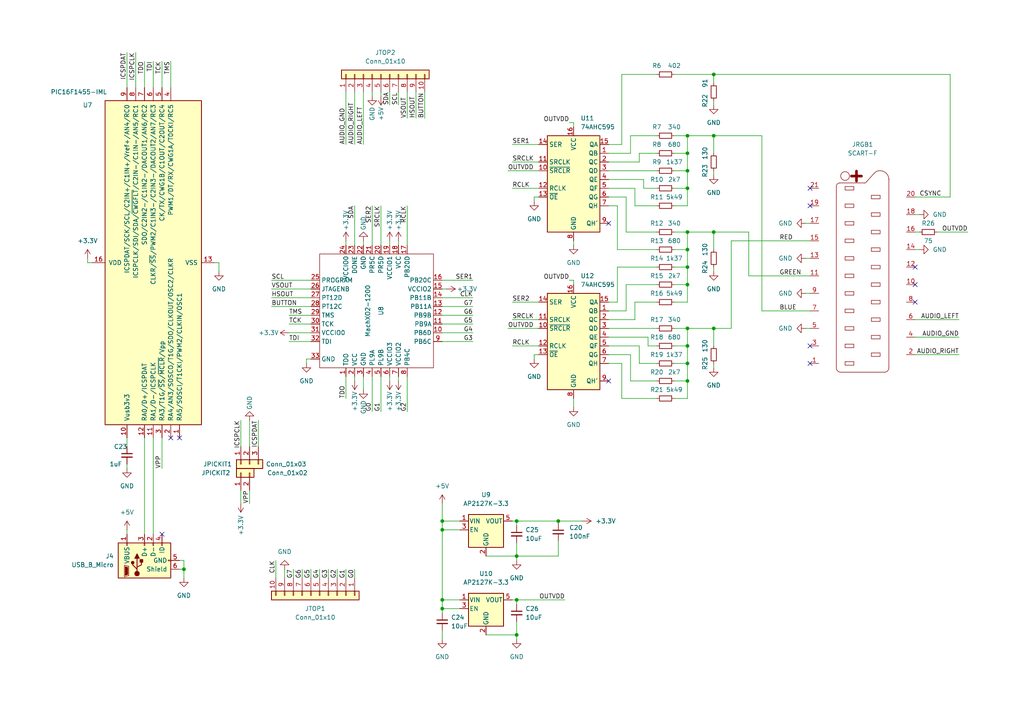
<source format=kicad_sch>
(kicad_sch (version 20211123) (generator eeschema)
  (paper "A4")
  (title_block (title "Processing and Output"))
  (lib_symbols
    (symbol "74xx:74HC595"
      (property "Reference" "U" (at -7.62 13.97 0))
      (property "Value" "74HC595" (at -7.62 -16.51 0))
      (symbol "74HC595_1_0"
        (pin tri_state line (at 10.16 7.62 180) (length 2.54) (name "QB") (number "1"))
        (pin input line (at -10.16 2.54 0) (length 2.54) (name "~{SRCLR}") (number "10"))
        (pin input line (at -10.16 5.08 0) (length 2.54) (name "SRCLK") (number "11"))
        (pin input line (at -10.16 -2.54 0) (length 2.54) (name "RCLK") (number "12"))
        (pin input line (at -10.16 -5.08 0) (length 2.54) (name "~{OE}") (number "13"))
        (pin input line (at -10.16 10.16 0) (length 2.54) (name "SER") (number "14"))
        (pin tri_state line (at 10.16 10.16 180) (length 2.54) (name "QA") (number "15"))
        (pin power_in line (at 0 15.24 270) (length 2.54) (name "VCC") (number "16"))
        (pin tri_state line (at 10.16 5.08 180) (length 2.54) (name "QC") (number "2"))
        (pin tri_state line (at 10.16 2.54 180) (length 2.54) (name "QD") (number "3"))
        (pin tri_state line (at 10.16 0 180) (length 2.54) (name "QE") (number "4"))
        (pin tri_state line (at 10.16 -2.54 180) (length 2.54) (name "QF") (number "5"))
        (pin tri_state line (at 10.16 -5.08 180) (length 2.54) (name "QG") (number "6"))
        (pin tri_state line (at 10.16 -7.62 180) (length 2.54) (name "QH") (number "7"))
        (pin power_in line (at 0 -17.78 90) (length 2.54) (name "GND") (number "8"))
        (pin output line (at 10.16 -12.7 180) (length 2.54) (name "QH'") (number "9"))
      )
      (symbol "74HC595_1_1"
        (rectangle (start -7.62 12.7) (end 7.62 -15.24) (stroke (width 0.254)) (fill (type background)))
      )
    )
    (symbol "Connector:SCART-F" (pin_names (offset 0.762) hide)
      (property "Reference" "J" (at 0 31.75 0))
      (property "Value" "SCART-F" (at 1.016 -29.21 0))
      (symbol "SCART-F_0_1"
        (arc (start -7.62 -26.67) (mid -7.248 -27.568) (end -6.35 -27.94))
        (arc (start -6.604 26.9494) (mid -7.3224 26.6518) (end -7.62 25.9334))
        (rectangle (start -5.08 -24.892) (end -2.54 -25.908))
        (rectangle (start -5.08 -19.812) (end -2.54 -20.828))
        (rectangle (start -5.08 -14.732) (end -2.54 -15.748))
        (rectangle (start -5.08 -9.652) (end -2.54 -10.668))
        (rectangle (start -5.08 -4.572) (end -2.54 -5.588))
        (rectangle (start -5.08 0.508) (end -2.54 -0.508))
        (rectangle (start -5.08 5.588) (end -2.54 4.572))
        (rectangle (start -5.08 10.668) (end -2.54 9.652))
        (rectangle (start -5.08 15.748) (end -2.54 14.732))
        (rectangle (start -5.08 20.828) (end -2.54 19.812))
        (rectangle (start -5.08 25.908) (end -2.54 24.892))
        (circle (center -5.08 28.956) (radius 1.27))
        (polyline (pts (xy -7.62 22.86) (xy -7.62 -26.67)))
        (polyline (pts (xy -7.62 22.86) (xy -7.62 24.13)))
        (polyline (pts (xy -7.62 24.6634) (xy -7.62 24.13)))
        (polyline (pts (xy -7.62 24.6634) (xy -7.62 25.9334)))
        (polyline (pts (xy -6.604 26.9494) (xy 0.508 26.9494)))
        (polyline (pts (xy -6.35 -27.94) (xy 6.35 -27.94)))
        (polyline (pts (xy 3.302 29.718) (xy 1.27 27.432)))
        (polyline (pts (xy 4.826 30.48) (xy 5.08 30.48)))
        (polyline (pts (xy 7.62 -26.67) (xy 7.62 28.2194)))
        (arc (start 0.508 26.924) (mid 0.9569 27.0702) (end 1.2192 27.4574))
        (rectangle (start 2.54 -22.352) (end 5.08 -23.368))
        (rectangle (start 2.54 -17.272) (end 5.08 -18.288))
        (rectangle (start 2.54 -12.192) (end 5.08 -13.208))
        (rectangle (start 2.54 -7.112) (end 5.08 -8.128))
        (rectangle (start 2.54 -2.032) (end 5.08 -3.048))
        (rectangle (start 2.54 3.048) (end 5.08 2.032))
        (rectangle (start 2.54 8.128) (end 5.08 7.112))
        (rectangle (start 2.54 13.208) (end 5.08 12.192))
        (rectangle (start 2.54 18.288) (end 5.08 17.272))
        (rectangle (start 2.54 23.368) (end 5.08 22.352))
        (arc (start 4.826 30.48) (mid 3.999 30.2726) (end 3.3782 29.6926))
        (arc (start 6.35 -27.94) (mid 7.248 -27.568) (end 7.62 -26.67))
        (arc (start 7.62 27.94) (mid 6.8761 29.7361) (end 5.08 30.48))
        (text "+" (at -1.778 29.21 0) (effects (font (size 3.81 3.81) bold)))
      )
      (symbol "SCART-F_1_1"
        (pin passive line (at -15.24 -25.4 0) (length 2.54) (name "P1") (number "1"))
        (pin passive line (at 15.24 -2.54 180) (length 2.54) (name "P10") (number "10"))
        (pin passive line (at -15.24 0 0) (length 2.54) (name "P11") (number "11"))
        (pin passive line (at 15.24 2.54 180) (length 2.54) (name "P12") (number "12"))
        (pin passive line (at -15.24 5.08 0) (length 2.54) (name "P13") (number "13"))
        (pin passive line (at 15.24 7.62 180) (length 2.54) (name "P14") (number "14"))
        (pin passive line (at -15.24 10.16 0) (length 2.54) (name "P15") (number "15"))
        (pin passive line (at 15.24 12.7 180) (length 2.54) (name "P16") (number "16"))
        (pin passive line (at -15.24 15.24 0) (length 2.54) (name "P17") (number "17"))
        (pin passive line (at 15.24 17.78 180) (length 2.54) (name "P18") (number "18"))
        (pin passive line (at -15.24 20.32 0) (length 2.54) (name "P19") (number "19"))
        (pin passive line (at 15.24 -22.86 180) (length 2.54) (name "P2") (number "2"))
        (pin passive line (at 15.24 22.86 180) (length 2.54) (name "P20") (number "20"))
        (pin passive line (at -15.24 25.4 0) (length 2.54) (name "P21") (number "21"))
        (pin passive line (at -15.24 -20.32 0) (length 2.54) (name "P3") (number "3"))
        (pin passive line (at 15.24 -17.78 180) (length 2.54) (name "P4") (number "4"))
        (pin passive line (at -15.24 -15.24 0) (length 2.54) (name "P5") (number "5"))
        (pin passive line (at 15.24 -12.7 180) (length 2.54) (name "P6") (number "6"))
        (pin passive line (at -15.24 -10.16 0) (length 2.54) (name "P7") (number "7"))
        (pin passive line (at 15.24 -7.62 180) (length 2.54) (name "P8") (number "8"))
        (pin passive line (at -15.24 -5.08 0) (length 2.54) (name "P9") (number "9"))
      )
    )
    (symbol "Connector:USB_B_Micro" (pin_names (offset 1.016))
      (property "Reference" "J" (at -5.08 11.43 0))
      (property "Value" "USB_B_Micro" (at -5.08 8.89 0))
      (symbol "USB_B_Micro_0_1"
        (rectangle (start -5.08 -7.62) (end 5.08 7.62) (stroke (width 0.254)) (fill (type background)))
        (circle (center -3.81 2.159) (radius 0.635) (stroke (width 0.254)) (fill (type outline)))
        (circle (center -0.635 3.429) (radius 0.381) (stroke (width 0.254)) (fill (type outline)))
        (rectangle (start -0.127 -7.62) (end 0.127 -6.858))
        (polyline (pts (xy -1.905 2.159) (xy 0.635 2.159)) (stroke (width 0.254)))
        (polyline (pts (xy -3.175 2.159) (xy -2.54 2.159) (xy -1.27 3.429) (xy -0.635 3.429)) (stroke (width 0.254)))
        (polyline (pts (xy -2.54 2.159) (xy -1.905 2.159) (xy -1.27 0.889) (xy 0 0.889)) (stroke (width 0.254)))
        (polyline (pts (xy 0.635 2.794) (xy 0.635 1.524) (xy 1.905 2.159) (xy 0.635 2.794)) (stroke (width 0.254)) (fill (type outline)))
        (polyline (pts (xy -4.318 5.588) (xy -1.778 5.588) (xy -2.032 4.826) (xy -4.064 4.826) (xy -4.318 5.588)) (fill (type outline)))
        (polyline (pts (xy -4.699 5.842) (xy -4.699 5.588) (xy -4.445 4.826) (xy -4.445 4.572) (xy -1.651 4.572) (xy -1.651 4.826) (xy -1.397 5.588) (xy -1.397 5.842) (xy -4.699 5.842)))
        (rectangle (start 0.254 1.27) (end -0.508 0.508) (stroke (width 0.254)) (fill (type outline)))
        (rectangle (start 5.08 -5.207) (end 4.318 -4.953))
        (rectangle (start 5.08 -2.667) (end 4.318 -2.413))
        (rectangle (start 5.08 -0.127) (end 4.318 0.127))
        (rectangle (start 5.08 4.953) (end 4.318 5.207))
      )
      (symbol "USB_B_Micro_1_1"
        (pin power_out line (at 7.62 5.08 180) (length 2.54) (name "VBUS") (number "1"))
        (pin bidirectional line (at 7.62 -2.54 180) (length 2.54) (name "D-") (number "2"))
        (pin bidirectional line (at 7.62 0 180) (length 2.54) (name "D+") (number "3"))
        (pin passive line (at 7.62 -5.08 180) (length 2.54) (name "ID") (number "4"))
        (pin power_out line (at 0 -10.16 90) (length 2.54) (name "GND") (number "5"))
        (pin passive line (at -2.54 -10.16 90) (length 2.54) (name "Shield") (number "6"))
      )
    )
    (symbol "Connector_Generic:Conn_01x02" (pin_names (offset 1.016) hide)
      (property "Reference" "J" (at 0 2.54 0))
      (property "Value" "Conn_01x02" (at 0 -5.08 0))
      (symbol "Conn_01x02_1_1"
        (rectangle (start -1.27 -2.413) (end 0 -2.667) (stroke (width 0.1524)))
        (rectangle (start -1.27 0.127) (end 0 -0.127) (stroke (width 0.1524)))
        (rectangle (start -1.27 1.27) (end 1.27 -3.81) (stroke (width 0.254)) (fill (type background)))
        (pin passive line (at -5.08 0 0) (length 3.81) (name "Pin_1") (number "1"))
        (pin passive line (at -5.08 -2.54 0) (length 3.81) (name "Pin_2") (number "2"))
      )
    )
    (symbol "Connector_Generic:Conn_01x03" (pin_names (offset 1.016) hide)
      (property "Reference" "J" (at 0 5.08 0))
      (property "Value" "Conn_01x03" (at 0 -5.08 0))
      (symbol "Conn_01x03_1_1"
        (rectangle (start -1.27 -2.413) (end 0 -2.667) (stroke (width 0.1524)))
        (rectangle (start -1.27 0.127) (end 0 -0.127) (stroke (width 0.1524)))
        (rectangle (start -1.27 2.667) (end 0 2.413) (stroke (width 0.1524)))
        (rectangle (start -1.27 3.81) (end 1.27 -3.81) (stroke (width 0.254)) (fill (type background)))
        (pin passive line (at -5.08 2.54 0) (length 3.81) (name "Pin_1") (number "1"))
        (pin passive line (at -5.08 0 0) (length 3.81) (name "Pin_2") (number "2"))
        (pin passive line (at -5.08 -2.54 0) (length 3.81) (name "Pin_3") (number "3"))
      )
    )
    (symbol "Connector_Generic:Conn_01x10" (pin_names (offset 1.016) hide)
      (property "Reference" "J" (at 0 12.7 0))
      (property "Value" "Conn_01x10" (at 0 -15.24 0))
      (symbol "Conn_01x10_1_1"
        (rectangle (start -1.27 -12.573) (end 0 -12.827) (stroke (width 0.1524)))
        (rectangle (start -1.27 -10.033) (end 0 -10.287) (stroke (width 0.1524)))
        (rectangle (start -1.27 -7.493) (end 0 -7.747) (stroke (width 0.1524)))
        (rectangle (start -1.27 -4.953) (end 0 -5.207) (stroke (width 0.1524)))
        (rectangle (start -1.27 -2.413) (end 0 -2.667) (stroke (width 0.1524)))
        (rectangle (start -1.27 0.127) (end 0 -0.127) (stroke (width 0.1524)))
        (rectangle (start -1.27 2.667) (end 0 2.413) (stroke (width 0.1524)))
        (rectangle (start -1.27 5.207) (end 0 4.953) (stroke (width 0.1524)))
        (rectangle (start -1.27 7.747) (end 0 7.493) (stroke (width 0.1524)))
        (rectangle (start -1.27 10.287) (end 0 10.033) (stroke (width 0.1524)))
        (rectangle (start -1.27 11.43) (end 1.27 -13.97) (stroke (width 0.254)) (fill (type background)))
        (pin passive line (at -5.08 10.16 0) (length 3.81) (name "Pin_1") (number "1"))
        (pin passive line (at -5.08 -12.7 0) (length 3.81) (name "Pin_10") (number "10"))
        (pin passive line (at -5.08 7.62 0) (length 3.81) (name "Pin_2") (number "2"))
        (pin passive line (at -5.08 5.08 0) (length 3.81) (name "Pin_3") (number "3"))
        (pin passive line (at -5.08 2.54 0) (length 3.81) (name "Pin_4") (number "4"))
        (pin passive line (at -5.08 0 0) (length 3.81) (name "Pin_5") (number "5"))
        (pin passive line (at -5.08 -2.54 0) (length 3.81) (name "Pin_6") (number "6"))
        (pin passive line (at -5.08 -5.08 0) (length 3.81) (name "Pin_7") (number "7"))
        (pin passive line (at -5.08 -7.62 0) (length 3.81) (name "Pin_8") (number "8"))
        (pin passive line (at -5.08 -10.16 0) (length 3.81) (name "Pin_9") (number "9"))
      )
    )
    (symbol "Device:C_Small" (pin_numbers hide) (pin_names (offset 0.254) hide)
      (property "Reference" "C" (at 0.254 1.778 0))
      (property "Value" "C_Small" (at 0.254 -2.032 0))
      (symbol "C_Small_0_1"
        (polyline (pts (xy -1.524 -0.508) (xy 1.524 -0.508)) (stroke (width 0.3302)))
        (polyline (pts (xy -1.524 0.508) (xy 1.524 0.508)) (stroke (width 0.3048)))
      )
      (symbol "C_Small_1_1"
        (pin passive line (at 0 2.54 270) (length 2.032) (name "~") (number "1"))
        (pin passive line (at 0 -2.54 90) (length 2.032) (name "~") (number "2"))
      )
    )
    (symbol "Device:R_Small" (pin_numbers hide) (pin_names (offset 0.254) hide)
      (property "Reference" "R" (at 0.762 0.508 0))
      (property "Value" "R_Small" (at 0.762 -1.016 0))
      (symbol "R_Small_0_1"
        (rectangle (start -0.762 1.778) (end 0.762 -1.778) (stroke (width 0.2032)))
      )
      (symbol "R_Small_1_1"
        (pin passive line (at 0 2.54 270) (length 0.762) (name "~") (number "1"))
        (pin passive line (at 0 -2.54 90) (length 0.762) (name "~") (number "2"))
      )
    )
    (symbol "Library:MachXO2-1200"
      (property "Reference" "U" (at 0 -2.54 0))
      (property "Value" "MachXO2-1200" (at 0 0 0))
      (symbol "MachXO2-1200_0_1"
        (rectangle (start -16.51 16.51) (end 16.51 -16.51))
      )
      (symbol "MachXO2-1200_1_1"
        (pin output line (at -8.89 -19.05 90) (length 2.54) (name "TDO") (number "1"))
        (pin bidirectional line (at 19.05 -6.35 180) (length 2.54) (name "PB6D") (number "10"))
        (pin bidirectional line (at 19.05 -3.81 180) (length 2.54) (name "PB9A") (number "11"))
        (pin bidirectional line (at 19.05 -1.27 180) (length 2.54) (name "PB9B") (number "12"))
        (pin bidirectional line (at 19.05 1.27 180) (length 2.54) (name "PB11A") (number "13"))
        (pin bidirectional line (at 19.05 3.81 180) (length 2.54) (name "PB11B") (number "14"))
        (pin power_in line (at 19.05 6.35 180) (length 2.54) (name "VCCIO2") (number "15"))
        (pin bidirectional line (at 19.05 8.89 180) (length 2.54) (name "PB20C") (number "16"))
        (pin bidirectional line (at 8.89 19.05 270) (length 2.54) (name "PB20D") (number "17"))
        (pin power_in line (at 6.35 19.05 270) (length 2.54) (name "VCC") (number "18"))
        (pin power_in line (at 3.81 19.05 270) (length 2.54) (name "VCCIO1") (number "19"))
        (pin power_in line (at -6.35 -19.05 90) (length 2.54) (name "VCC") (number "2"))
        (pin bidirectional line (at 1.27 19.05 270) (length 2.54) (name "PR5D") (number "20"))
        (pin bidirectional line (at -1.27 19.05 270) (length 2.54) (name "PR5C") (number "21"))
        (pin power_in line (at -3.81 19.05 270) (length 2.54) (name "GND") (number "22"))
        (pin output line (at -6.35 19.05 270) (length 2.54) (name "DONE") (number "23"))
        (pin power_in line (at -8.89 19.05 270) (length 2.54) (name "VCCIO0") (number "24"))
        (pin output line (at -19.05 8.89 0) (length 2.54) (name "PROGRAM") (number "25"))
        (pin input line (at -19.05 6.35 0) (length 2.54) (name "JTAGENB") (number "26"))
        (pin bidirectional line (at -19.05 3.81 0) (length 2.54) (name "PT12D") (number "27"))
        (pin bidirectional line (at -19.05 1.27 0) (length 2.54) (name "PT12C") (number "28"))
        (pin input line (at -19.05 -1.27 0) (length 2.54) (name "TMS") (number "29"))
        (pin power_in line (at -3.81 -19.05 90) (length 2.54) (name "GND") (number "3"))
        (pin input line (at -19.05 -3.81 0) (length 2.54) (name "TCK") (number "30"))
        (pin input line (at -19.05 -6.35 0) (length 2.54) (name "VCCIO0") (number "31"))
        (pin input line (at -19.05 -8.89 0) (length 2.54) (name "TDI") (number "32"))
        (pin power_in line (at -19.05 -13.97 0) (length 2.54) (name "GND") (number "33"))
        (pin bidirectional line (at -1.27 -19.05 90) (length 2.54) (name "PL9A") (number "4"))
        (pin bidirectional line (at 1.27 -19.05 90) (length 2.54) (name "PL9B") (number "5"))
        (pin power_in line (at 3.81 -19.05 90) (length 2.54) (name "VCCIO3") (number "6"))
        (pin power_in line (at 6.35 -19.05 90) (length 2.54) (name "VCCIO2") (number "7"))
        (pin bidirectional line (at 8.89 -19.05 90) (length 2.54) (name "PB4C") (number "8"))
        (pin bidirectional line (at 19.05 -8.89 180) (length 2.54) (name "PB6C") (number "9"))
      )
    )
    (symbol "MCU_Microchip_PIC16:PIC16F1455-IML" (pin_names (offset 1.016))
      (property "Reference" "U" (at -46.99 17.78 0))
      (property "Value" "PIC16F1455-IML" (at -46.99 15.24 0))
      (symbol "PIC16F1455-IML_0_1"
        (rectangle (start -46.99 13.97) (end 46.99 -13.97) (stroke (width 0.254)) (fill (type background)))
      )
      (symbol "PIC16F1455-IML_1_1"
        (pin bidirectional line (at -50.8 -7.62 0) (length 3.81) (name "RA5/SOSCI/T1CKI/PWM2/CLKIN/OSC1") (number "1"))
        (pin bidirectional line (at -50.8 7.62 0) (length 3.81) (name "Vusb3v3") (number "10"))
        (pin bidirectional line (at -50.8 0 0) (length 3.81) (name "RA1/D-/ICSPCLK") (number "11"))
        (pin bidirectional line (at -50.8 2.54 0) (length 3.81) (name "RA0/D+/ICSPDAT") (number "12"))
        (pin power_in line (at 0 -17.78 90) (length 3.81) (name "VSS") (number "13"))
        (pin power_in line (at 0 17.78 270) (length 3.81) (name "VDD") (number "16"))
        (pin bidirectional line (at -50.8 -5.08 0) (length 3.81) (name "RA4/AN3/SOSCO/T1G/SDO/CLKOUT/OSC2/CLKR") (number "2"))
        (pin input line (at -50.8 -2.54 0) (length 3.81) (name "RA3/T1G/~{SS}/~{MCLR}/Vpp") (number "3"))
        (pin bidirectional line (at 50.8 -5.08 180) (length 3.81) (name "PWM1/DT/RX/CWG1A/T0CKI/RC5") (number "4"))
        (pin bidirectional line (at 50.8 -2.54 180) (length 3.81) (name "CK/TX/CWG1B/C1OUT/C2OUT/RC4") (number "5"))
        (pin bidirectional line (at 50.8 0 180) (length 3.81) (name "CLKR/~{SS}/PWM2/C1IN3-/C2IN3-/DACOUT2/AN7/RC3") (number "6"))
        (pin bidirectional line (at 50.8 2.54 180) (length 3.81) (name "SDO/C2IN2-/C1IN2-/DACOUT1/AN6/RC2") (number "7"))
        (pin bidirectional line (at 50.8 5.08 180) (length 3.81) (name "ICSPCLK/SDI/SDA/~{CWGFLT}/C2IN-/C1IN-/AN5/RC1") (number "8"))
        (pin bidirectional line (at 50.8 7.62 180) (length 3.81) (name "ICSPDAT/SCK/SCL/C2IN+/C1IN+/Vref+/AN4/RC0") (number "9"))
      )
    )
    (symbol "Regulator_Linear:AP2127K-3.3" (pin_names (offset 0.254))
      (property "Reference" "U" (at -5.08 5.715 0))
      (property "Value" "AP2127K-3.3" (at 0 5.715 0))
      (symbol "AP2127K-3.3_0_1"
        (rectangle (start -5.08 4.445) (end 5.08 -5.08) (stroke (width 0.254)) (fill (type background)))
      )
      (symbol "AP2127K-3.3_1_1"
        (pin power_in line (at -7.62 2.54 0) (length 2.54) (name "VIN") (number "1"))
        (pin power_in line (at 0 -7.62 90) (length 2.54) (name "GND") (number "2"))
        (pin input line (at -7.62 0 0) (length 2.54) (name "EN") (number "3"))
        (pin no_connect line (at 5.08 0 180) (length 2.54) hide (name "NC") (number "4"))
        (pin power_out line (at 7.62 2.54 180) (length 2.54) (name "VOUT") (number "5"))
      )
    )
    (symbol "power:+3.3V" (power) (pin_names (offset 0))
      (property "Value" "+3.3V" (at 0 3.556 0))
      (symbol "+3.3V_0_1"
        (polyline (pts (xy -0.762 1.27) (xy 0 2.54)))
        (polyline (pts (xy 0 0) (xy 0 2.54)))
        (polyline (pts (xy 0 2.54) (xy 0.762 1.27)))
      )
      (symbol "+3.3V_1_1"
        (pin power_in line (at 0 0 90) (length 0) hide (name "+3.3V") (number "1"))
      )
    )
    (symbol "power:+5V" (power) (pin_names (offset 0))
      (property "Value" "+5V" (at 0 3.556 0))
      (symbol "+5V_0_1"
        (polyline (pts (xy -0.762 1.27) (xy 0 2.54)))
        (polyline (pts (xy 0 0) (xy 0 2.54)))
        (polyline (pts (xy 0 2.54) (xy 0.762 1.27)))
      )
      (symbol "+5V_1_1"
        (pin power_in line (at 0 0 90) (length 0) hide (name "+5V") (number "1"))
      )
    )
    (symbol "power:GND" (power) (pin_names (offset 0))
      (property "Value" "GND" (at 0 -3.81 0))
      (symbol "GND_0_1"
        (polyline (pts (xy 0 0) (xy 0 -1.27) (xy 1.27 -1.27) (xy 0 -2.54) (xy -1.27 -1.27) (xy 0 -1.27)))
      )
      (symbol "GND_1_1"
        (pin power_in line (at 0 0 270) (length 0) hide (name "GND") (number "1"))
      )
    )
  )
  (junction (at 207.01 21.59))
  (junction (at 207.01 67.31))
  (junction (at 199.39 77.47))
  (junction (at 149.86 151.13))
  (junction (at 199.39 105.41))
  (junction (at 199.39 54.61))
  (junction (at 199.39 49.53))
  (junction (at 149.86 184.15))
  (junction (at 128.27 176.53))
  (junction (at 161.925 151.13))
  (junction (at 128.27 153.67))
  (junction (at 199.39 82.55))
  (junction (at 149.86 161.29))
  (junction (at 149.86 173.99))
  (junction (at 207.01 95.25))
  (junction (at 199.39 44.45))
  (junction (at 128.27 151.13))
  (junction (at 199.39 39.37))
  (junction (at 199.39 67.31))
  (junction (at 53.34 165.1))
  (junction (at 207.01 39.37))
  (junction (at 128.27 173.99))
  (junction (at 199.39 95.25))
  (junction (at 199.39 72.39))
  (junction (at 199.39 100.33))
  (junction (at 199.39 110.49))
  (no_connect (at 176.53 64.77))
  (no_connect (at 176.53 110.49))
  (no_connect (at 46.99 154.94))
  (no_connect (at 234.95 105.41))
  (no_connect (at 234.95 59.69))
  (no_connect (at 234.95 54.61))
  (no_connect (at 265.43 82.55))
  (no_connect (at 265.43 77.47))
  (no_connect (at 265.43 87.63))
  (no_connect (at 49.53 127))
  (no_connect (at 52.07 127))
  (no_connect (at 234.95 100.33))
  (wire (pts (xy 149.86 173.99) (xy 163.83 173.99)))
  (wire (pts (xy 207.01 39.37) (xy 220.98 39.37)))
  (wire (pts (xy 115.57 30.48) (xy 115.57 26.67)))
  (wire (pts (xy 78.74 88.9) (xy 90.17 88.9)))
  (wire (pts (xy 100.33 69.85) (xy 100.33 71.12)))
  (wire (pts (xy 105.41 41.91) (xy 105.41 26.67)))
  (wire (pts (xy 179.07 87.63) (xy 179.07 77.47)))
  (wire (pts (xy 184.15 54.61) (xy 184.15 59.69)))
  (wire (pts (xy 184.15 59.69) (xy 190.5 59.69)))
  (wire (pts (xy 207.01 67.31) (xy 207.01 72.39)))
  (wire (pts (xy 180.34 41.91) (xy 180.34 21.59)))
  (wire (pts (xy 149.86 151.13) (xy 149.86 152.4)))
  (wire (pts (xy 185.42 100.33) (xy 185.42 105.41)))
  (wire (pts (xy 148.59 173.99) (xy 149.86 173.99)))
  (wire (pts (xy 128.27 83.82) (xy 129.54 83.82)))
  (wire (pts (xy 195.58 105.41) (xy 199.39 105.41)))
  (wire (pts (xy 88.9 105.41) (xy 88.9 104.14)))
  (wire (pts (xy 107.95 109.22) (xy 107.95 119.38)))
  (wire (pts (xy 207.01 29.21) (xy 207.01 30.48)))
  (wire (pts (xy 25.4 74.93) (xy 25.4 76.2)))
  (wire (pts (xy 265.43 67.31) (xy 266.7 67.31)))
  (wire (pts (xy 63.5 76.2) (xy 63.5 78.74)))
  (wire (pts (xy 179.07 59.69) (xy 179.07 72.39)))
  (wire (pts (xy 199.39 72.39) (xy 199.39 77.47)))
  (wire (pts (xy 265.43 102.87) (xy 278.13 102.87)))
  (wire (pts (xy 220.98 90.17) (xy 234.95 90.17)))
  (wire (pts (xy 176.53 57.15) (xy 181.61 57.15)))
  (wire (pts (xy 217.17 80.01) (xy 234.95 80.01)))
  (wire (pts (xy 180.34 115.57) (xy 190.5 115.57)))
  (wire (pts (xy 185.42 105.41) (xy 190.5 105.41)))
  (wire (pts (xy 176.53 46.99) (xy 185.42 46.99)))
  (wire (pts (xy 128.27 176.53) (xy 128.27 177.8)))
  (wire (pts (xy 181.61 82.55) (xy 190.5 82.55)))
  (wire (pts (xy 199.39 44.45) (xy 199.39 49.53)))
  (wire (pts (xy 128.27 153.67) (xy 133.35 153.67)))
  (wire (pts (xy 44.45 127) (xy 44.45 154.94)))
  (wire (pts (xy 102.87 41.91) (xy 102.87 26.67)))
  (wire (pts (xy 265.43 62.23) (xy 266.7 62.23)))
  (wire (pts (xy 154.94 102.87) (xy 156.21 102.87)))
  (wire (pts (xy 166.37 115.57) (xy 166.37 118.11)))
  (wire (pts (xy 100.33 41.91) (xy 100.33 26.67)))
  (wire (pts (xy 69.85 142.24) (xy 69.85 146.05)))
  (wire (pts (xy 176.53 100.33) (xy 185.42 100.33)))
  (wire (pts (xy 110.49 109.22) (xy 110.49 119.38)))
  (wire (pts (xy 166.37 69.85) (xy 166.37 71.12)))
  (wire (pts (xy 233.68 85.09) (xy 234.95 85.09)))
  (wire (pts (xy 179.07 77.47) (xy 190.5 77.47)))
  (wire (pts (xy 184.15 87.63) (xy 190.5 87.63)))
  (wire (pts (xy 149.86 161.29) (xy 149.86 162.56)))
  (wire (pts (xy 182.88 102.87) (xy 182.88 110.49)))
  (wire (pts (xy 154.94 104.14) (xy 154.94 102.87)))
  (wire (pts (xy 149.86 161.29) (xy 149.86 157.48)))
  (wire (pts (xy 72.39 142.24) (xy 72.39 146.05)))
  (wire (pts (xy 36.83 15.24) (xy 36.83 25.4)))
  (wire (pts (xy 123.19 26.67) (xy 123.19 34.29)))
  (wire (pts (xy 199.39 54.61) (xy 195.58 54.61)))
  (wire (pts (xy 36.83 134.62) (xy 36.83 135.89)))
  (wire (pts (xy 217.17 67.31) (xy 217.17 80.01)))
  (wire (pts (xy 166.37 35.56) (xy 166.37 36.83)))
  (wire (pts (xy 165.1 81.28) (xy 166.37 81.28)))
  (wire (pts (xy 176.53 59.69) (xy 179.07 59.69)))
  (wire (pts (xy 207.01 21.59) (xy 275.59 21.59)))
  (wire (pts (xy 195.58 72.39) (xy 199.39 72.39)))
  (wire (pts (xy 82.55 165.1) (xy 82.55 167.64)))
  (wire (pts (xy 148.59 41.91) (xy 156.21 41.91)))
  (wire (pts (xy 176.53 49.53) (xy 190.5 49.53)))
  (wire (pts (xy 179.07 72.39) (xy 190.5 72.39)))
  (wire (pts (xy 46.99 127) (xy 46.99 135.89)))
  (wire (pts (xy 52.07 165.1) (xy 53.34 165.1)))
  (wire (pts (xy 128.27 146.05) (xy 128.27 151.13)))
  (wire (pts (xy 181.61 57.15) (xy 181.61 67.31)))
  (wire (pts (xy 46.99 17.78) (xy 46.99 25.4)))
  (wire (pts (xy 176.53 87.63) (xy 179.07 87.63)))
  (wire (pts (xy 187.96 100.33) (xy 190.5 100.33)))
  (wire (pts (xy 176.53 44.45) (xy 182.88 44.45)))
  (wire (pts (xy 118.11 26.67) (xy 118.11 34.29)))
  (wire (pts (xy 92.71 165.1) (xy 92.71 167.64)))
  (wire (pts (xy 207.01 77.47) (xy 207.01 78.74)))
  (wire (pts (xy 154.94 58.42) (xy 154.94 57.15)))
  (wire (pts (xy 36.83 127) (xy 36.83 129.54)))
  (wire (pts (xy 199.39 105.41) (xy 199.39 110.49)))
  (wire (pts (xy 195.58 67.31) (xy 199.39 67.31)))
  (wire (pts (xy 128.27 173.99) (xy 133.35 173.99)))
  (wire (pts (xy 72.39 121.92) (xy 72.39 129.54)))
  (wire (pts (xy 199.39 95.25) (xy 199.39 100.33)))
  (wire (pts (xy 233.68 64.77) (xy 234.95 64.77)))
  (wire (pts (xy 199.39 39.37) (xy 199.39 44.45)))
  (wire (pts (xy 185.42 44.45) (xy 190.5 44.45)))
  (wire (pts (xy 128.27 88.9) (xy 137.16 88.9)))
  (wire (pts (xy 102.87 109.22) (xy 102.87 110.49)))
  (wire (pts (xy 154.94 57.15) (xy 156.21 57.15)))
  (wire (pts (xy 90.17 165.1) (xy 90.17 167.64)))
  (wire (pts (xy 212.09 95.25) (xy 212.09 69.85)))
  (wire (pts (xy 44.45 17.78) (xy 44.45 25.4)))
  (wire (pts (xy 115.57 109.22) (xy 115.57 110.49)))
  (wire (pts (xy 184.15 92.71) (xy 184.15 87.63)))
  (wire (pts (xy 195.58 49.53) (xy 199.39 49.53)))
  (wire (pts (xy 128.27 81.28) (xy 137.16 81.28)))
  (wire (pts (xy 140.97 184.15) (xy 149.86 184.15)))
  (wire (pts (xy 52.07 162.56) (xy 53.34 162.56)))
  (wire (pts (xy 165.1 35.56) (xy 166.37 35.56)))
  (wire (pts (xy 149.86 184.15) (xy 149.86 180.34)))
  (wire (pts (xy 110.49 59.69) (xy 110.49 71.12)))
  (wire (pts (xy 182.88 110.49) (xy 190.5 110.49)))
  (wire (pts (xy 41.91 127) (xy 41.91 154.94)))
  (wire (pts (xy 181.61 90.17) (xy 181.61 82.55)))
  (wire (pts (xy 53.34 165.1) (xy 53.34 167.64)))
  (wire (pts (xy 186.69 54.61) (xy 190.5 54.61)))
  (wire (pts (xy 180.34 105.41) (xy 180.34 115.57)))
  (wire (pts (xy 95.25 165.1) (xy 95.25 167.64)))
  (wire (pts (xy 199.39 82.55) (xy 199.39 87.63)))
  (wire (pts (xy 275.59 21.59) (xy 275.59 57.15)))
  (wire (pts (xy 199.39 49.53) (xy 199.39 54.61)))
  (wire (pts (xy 199.39 110.49) (xy 199.39 115.57)))
  (wire (pts (xy 113.03 69.85) (xy 113.03 71.12)))
  (wire (pts (xy 128.27 86.36) (xy 137.16 86.36)))
  (wire (pts (xy 207.01 49.53) (xy 207.01 50.8)))
  (wire (pts (xy 149.86 151.13) (xy 161.925 151.13)))
  (wire (pts (xy 265.43 72.39) (xy 266.7 72.39)))
  (wire (pts (xy 176.53 90.17) (xy 181.61 90.17)))
  (wire (pts (xy 161.925 151.13) (xy 161.925 151.765)))
  (wire (pts (xy 195.58 110.49) (xy 199.39 110.49)))
  (wire (pts (xy 83.82 91.44) (xy 90.17 91.44)))
  (wire (pts (xy 128.27 91.44) (xy 137.16 91.44)))
  (wire (pts (xy 107.95 59.69) (xy 107.95 71.12)))
  (wire (pts (xy 49.53 17.78) (xy 49.53 25.4)))
  (wire (pts (xy 176.53 105.41) (xy 180.34 105.41)))
  (wire (pts (xy 199.39 100.33) (xy 199.39 105.41)))
  (wire (pts (xy 107.95 26.67) (xy 107.95 27.94)))
  (wire (pts (xy 212.09 69.85) (xy 234.95 69.85)))
  (wire (pts (xy 176.53 97.79) (xy 187.96 97.79)))
  (wire (pts (xy 233.68 95.25) (xy 234.95 95.25)))
  (wire (pts (xy 207.01 95.25) (xy 207.01 100.33)))
  (wire (pts (xy 176.53 102.87) (xy 182.88 102.87)))
  (wire (pts (xy 176.53 52.07) (xy 186.69 52.07)))
  (wire (pts (xy 199.39 87.63) (xy 195.58 87.63)))
  (wire (pts (xy 128.27 93.98) (xy 137.16 93.98)))
  (wire (pts (xy 148.59 151.13) (xy 149.86 151.13)))
  (wire (pts (xy 148.59 92.71) (xy 156.21 92.71)))
  (wire (pts (xy 69.85 121.92) (xy 69.85 129.54)))
  (wire (pts (xy 195.58 77.47) (xy 199.39 77.47)))
  (wire (pts (xy 118.11 119.38) (xy 118.11 109.22)))
  (wire (pts (xy 110.49 26.67) (xy 110.49 27.94)))
  (wire (pts (xy 120.65 26.67) (xy 120.65 34.29)))
  (wire (pts (xy 100.33 165.1) (xy 100.33 167.64)))
  (wire (pts (xy 83.82 99.06) (xy 90.17 99.06)))
  (wire (pts (xy 102.87 59.69) (xy 102.87 71.12)))
  (wire (pts (xy 85.09 165.1) (xy 85.09 167.64)))
  (wire (pts (xy 195.58 115.57) (xy 199.39 115.57)))
  (wire (pts (xy 176.53 41.91) (xy 180.34 41.91)))
  (wire (pts (xy 207.01 105.41) (xy 207.01 106.68)))
  (wire (pts (xy 87.63 165.1) (xy 87.63 167.64)))
  (wire (pts (xy 265.43 97.79) (xy 278.13 97.79)))
  (wire (pts (xy 161.925 151.13) (xy 168.91 151.13)))
  (wire (pts (xy 147.32 95.25) (xy 156.21 95.25)))
  (wire (pts (xy 176.53 95.25) (xy 190.5 95.25)))
  (wire (pts (xy 128.27 151.13) (xy 128.27 153.67)))
  (wire (pts (xy 74.93 121.92) (xy 74.93 129.54)))
  (wire (pts (xy 41.91 17.78) (xy 41.91 25.4)))
  (wire (pts (xy 148.59 100.33) (xy 156.21 100.33)))
  (wire (pts (xy 100.33 109.22) (xy 100.33 115.57)))
  (wire (pts (xy 148.59 54.61) (xy 156.21 54.61)))
  (wire (pts (xy 265.43 57.15) (xy 275.59 57.15)))
  (wire (pts (xy 149.86 184.15) (xy 149.86 185.42)))
  (wire (pts (xy 195.58 82.55) (xy 199.39 82.55)))
  (wire (pts (xy 199.39 39.37) (xy 207.01 39.37)))
  (wire (pts (xy 128.27 173.99) (xy 128.27 176.53)))
  (wire (pts (xy 128.27 99.06) (xy 137.16 99.06)))
  (wire (pts (xy 83.82 93.98) (xy 90.17 93.98)))
  (wire (pts (xy 207.01 67.31) (xy 217.17 67.31)))
  (wire (pts (xy 102.87 165.1) (xy 102.87 167.64)))
  (wire (pts (xy 233.68 74.93) (xy 234.95 74.93)))
  (wire (pts (xy 195.58 21.59) (xy 207.01 21.59)))
  (wire (pts (xy 147.32 49.53) (xy 156.21 49.53)))
  (wire (pts (xy 195.58 100.33) (xy 199.39 100.33)))
  (wire (pts (xy 180.34 21.59) (xy 190.5 21.59)))
  (wire (pts (xy 199.39 77.47) (xy 199.39 82.55)))
  (wire (pts (xy 195.58 39.37) (xy 199.39 39.37)))
  (wire (pts (xy 187.96 97.79) (xy 187.96 100.33)))
  (wire (pts (xy 128.27 176.53) (xy 133.35 176.53)))
  (wire (pts (xy 186.69 52.07) (xy 186.69 54.61)))
  (wire (pts (xy 128.27 153.67) (xy 128.27 173.99)))
  (wire (pts (xy 271.78 67.31) (xy 280.67 67.31)))
  (wire (pts (xy 207.01 95.25) (xy 199.39 95.25)))
  (wire (pts (xy 182.88 39.37) (xy 190.5 39.37)))
  (wire (pts (xy 148.59 46.99) (xy 156.21 46.99)))
  (wire (pts (xy 182.88 44.45) (xy 182.88 39.37)))
  (wire (pts (xy 195.58 95.25) (xy 199.39 95.25)))
  (wire (pts (xy 113.03 30.48) (xy 113.03 26.67)))
  (wire (pts (xy 149.86 173.99) (xy 149.86 175.26)))
  (wire (pts (xy 97.79 165.1) (xy 97.79 167.64)))
  (wire (pts (xy 128.27 151.13) (xy 133.35 151.13)))
  (wire (pts (xy 53.34 162.56) (xy 53.34 165.1)))
  (wire (pts (xy 161.925 161.29) (xy 149.86 161.29)))
  (wire (pts (xy 78.74 86.36) (xy 90.17 86.36)))
  (wire (pts (xy 181.61 67.31) (xy 190.5 67.31)))
  (wire (pts (xy 176.53 54.61) (xy 184.15 54.61)))
  (wire (pts (xy 80.01 162.56) (xy 80.01 167.64)))
  (wire (pts (xy 207.01 39.37) (xy 207.01 44.45)))
  (wire (pts (xy 78.74 83.82) (xy 90.17 83.82)))
  (wire (pts (xy 115.57 69.85) (xy 115.57 71.12)))
  (wire (pts (xy 105.41 69.85) (xy 105.41 71.12)))
  (wire (pts (xy 128.27 96.52) (xy 137.16 96.52)))
  (wire (pts (xy 199.39 67.31) (xy 207.01 67.31)))
  (wire (pts (xy 78.74 81.28) (xy 90.17 81.28)))
  (wire (pts (xy 199.39 59.69) (xy 195.58 59.69)))
  (wire (pts (xy 207.01 21.59) (xy 207.01 24.13)))
  (wire (pts (xy 161.925 156.845) (xy 161.925 161.29)))
  (wire (pts (xy 185.42 46.99) (xy 185.42 44.45)))
  (wire (pts (xy 62.23 76.2) (xy 63.5 76.2)))
  (wire (pts (xy 199.39 44.45) (xy 195.58 44.45)))
  (wire (pts (xy 118.11 59.69) (xy 118.11 71.12)))
  (wire (pts (xy 140.97 161.29) (xy 149.86 161.29)))
  (wire (pts (xy 166.37 81.28) (xy 166.37 82.55)))
  (wire (pts (xy 220.98 39.37) (xy 220.98 90.17)))
  (wire (pts (xy 105.41 109.22) (xy 105.41 113.03)))
  (wire (pts (xy 265.43 92.71) (xy 278.13 92.71)))
  (wire (pts (xy 25.4 76.2) (xy 26.67 76.2)))
  (wire (pts (xy 176.53 92.71) (xy 184.15 92.71)))
  (wire (pts (xy 199.39 67.31) (xy 199.39 72.39)))
  (wire (pts (xy 36.83 153.67) (xy 36.83 154.94)))
  (wire (pts (xy 88.9 104.14) (xy 90.17 104.14)))
  (wire (pts (xy 148.59 87.63) (xy 156.21 87.63)))
  (wire (pts (xy 113.03 110.49) (xy 113.03 109.22)))
  (wire (pts (xy 212.09 95.25) (xy 207.01 95.25)))
  (wire (pts (xy 128.27 182.88) (xy 128.27 185.42)))
  (wire (pts (xy 83.82 96.52) (xy 90.17 96.52)))
  (wire (pts (xy 199.39 54.61) (xy 199.39 59.69)))
  (wire (pts (xy 39.37 15.24) (xy 39.37 25.4)))
  (label "G4" (at 137.16 96.52 180))
  (label "SRCLK" (at 148.59 46.99 0))
  (label "SRCLK" (at 148.59 92.71 0))
  (label "AUDIO_RIGHT" (at 102.87 41.91 90))
  (label "SER2" (at 107.95 59.69 270))
  (label "ICSPCLK" (at 69.85 121.92 270))
  (label "AUDIO_LEFT" (at 278.13 92.71 180))
  (label "VSOUT" (at 78.74 83.82 0))
  (label "SRCLK" (at 110.49 59.69 270))
  (label "G6" (at 87.63 165.1 270))
  (label "G0" (at 102.87 165.1 270))
  (label "G7" (at 85.09 165.1 270))
  (label "RCLK" (at 148.59 100.33 0))
  (label "VPP" (at 72.39 146.05 90))
  (label "OUTVDD" (at 165.1 35.56 180))
  (label "OUTVDD" (at 163.83 173.99 180))
  (label "G3" (at 137.16 99.06 180))
  (label "TDI" (at 83.82 99.06 0))
  (label "RCLK" (at 148.59 54.61 0))
  (label "CLK" (at 80.01 162.56 270))
  (label "AUDIO_GND" (at 100.33 41.91 90))
  (label "AUDIO_LEFT" (at 105.41 41.91 90))
  (label "ICSPDAT" (at 74.93 121.92 270))
  (label "SDA" (at 113.03 30.48 90))
  (label "G5" (at 137.16 93.98 180))
  (label "AUDIO_RIGHT" (at 278.13 102.87 180))
  (label "TCK" (at 83.82 93.98 0))
  (label "ICSPDAT" (at 36.83 15.24 270))
  (label "SCL" (at 78.74 81.28 0))
  (label "G4" (at 92.71 165.1 270))
  (label "G1" (at 110.49 119.38 90))
  (label "TMS" (at 49.53 17.78 270))
  (label "HSOUT" (at 78.74 86.36 0))
  (label "RED" (at 226.06 69.85 0))
  (label "SER1" (at 148.59 41.91 0))
  (label "G5" (at 90.17 165.1 270))
  (label "SER1" (at 137.16 81.28 180))
  (label "TMS" (at 83.82 91.44 0))
  (label "G7" (at 137.16 88.9 180))
  (label "GREEN" (at 226.06 80.01 0))
  (label "CSYNC" (at 273.05 57.15 180))
  (label "ICSPCLK" (at 39.37 15.24 270))
  (label "G1" (at 100.33 165.1 270))
  (label "G2" (at 97.79 165.1 270))
  (label "SDA" (at 102.87 59.69 270))
  (label "SER2" (at 148.59 87.63 0))
  (label "G3" (at 95.25 165.1 270))
  (label "OUTVDD" (at 147.32 95.25 0))
  (label "OUTVDD" (at 147.32 49.53 0))
  (label "TDO" (at 41.91 17.78 270))
  (label "SCL" (at 115.57 30.48 90))
  (label "TDO" (at 100.33 115.57 90))
  (label "G2" (at 118.11 119.38 90))
  (label "G6" (at 137.16 91.44 180))
  (label "BUTTON" (at 123.19 34.29 90))
  (label "HSOUT" (at 120.65 34.29 90))
  (label "TCK" (at 46.99 17.78 270))
  (label "BLUE" (at 226.06 90.17 0))
  (label "BUTTON" (at 78.74 88.9 0))
  (label "RCLK" (at 118.11 59.69 270))
  (label "CLK" (at 137.16 86.36 180))
  (label "TDI" (at 44.45 17.78 270))
  (label "VPP" (at 46.99 135.89 90))
  (label "OUTVDD" (at 280.67 67.31 180))
  (label "AUDIO_GND" (at 278.13 97.79 180))
  (label "G0" (at 107.95 119.38 90))
  (label "VSOUT" (at 118.11 34.29 90))
  (label "OUTVDD" (at 165.1 81.28 180))
  (symbol (lib_id "Device:R_Small") (at 207.01 46.99 180) (unit 1)
    (property "Reference" "R23" (at 204.47 49.53 90))
    (property "Value" "130" (at 204.47 44.45 90))
    (property "Footprint" "Resistor_SMD:R_0603_1608Metric" (effects hide))
  )
  (symbol (lib_id "power:+5V") (at 36.83 153.67 0) (unit 1)
    (property "Reference" "#PWR055" (effects hide))
    (property "Value" "+5V" (at 36.83 148.59 0))
  )
  (symbol (lib_id "power:+3.3V") (at 25.4 74.93 0) (unit 1)
    (property "Reference" "#PWR053" (effects hide))
    (property "Value" "+3.3V" (at 25.4 69.85 0))
  )
  (symbol (lib_id "Device:R_Small") (at 207.01 26.67 180) (unit 1)
    (property "Reference" "R22" (at 204.47 29.21 90))
    (property "Value" "91" (at 204.47 24.13 90))
    (property "Footprint" "Resistor_SMD:R_0603_1608Metric" (effects hide))
  )
  (symbol (lib_id "power:GND") (at 149.86 185.42 0) (unit 1)
    (property "Reference" "#PWR079" (effects hide))
    (property "Value" "GND" (at 149.86 190.5 0))
  )
  (symbol (lib_id "Device:R_Small") (at 193.04 44.45 90) (unit 1)
    (property "Reference" "R8" (at 190.5 41.91 90))
    (property "Value" "680" (at 195.58 41.91 90))
    (property "Footprint" "Resistor_SMD:R_0603_1608Metric" (effects hide))
  )
  (symbol (lib_id "power:GND") (at 105.41 113.03 0) (unit 1)
    (property "Reference" "#PWR068" (effects hide))
    (property "Value" "GND" (at 105.41 118.11 90))
  )
  (symbol (lib_id "power:GND") (at 149.86 162.56 0) (unit 1)
    (property "Reference" "#PWR078" (effects hide))
    (property "Value" "GND" (at 149.86 167.64 0))
  )
  (symbol (lib_id "power:GND") (at 105.41 69.85 180) (unit 1)
    (property "Reference" "#PWR067" (effects hide))
    (property "Value" "GND" (at 105.41 64.77 90))
  )
  (symbol (lib_id "Device:C_Small") (at 128.27 180.34 0) (unit 1)
    (property "Reference" "C24" (at 130.81 179.0762 0) (effects (justify left)))
    (property "Value" "10uF" (at 130.81 181.6162 0) (effects (justify left)))
    (property "Footprint" "Capacitor_SMD:C_0805_2012Metric" (effects hide))
  )
  (symbol (lib_id "power:+5V") (at 128.27 146.05 0) (unit 1)
    (property "Reference" "#PWR074" (effects hide))
    (property "Value" "+5V" (at 128.27 140.97 0))
  )
  (symbol (lib_id "Device:R_Small") (at 207.01 102.87 180) (unit 1)
    (property "Reference" "R25" (at 204.47 105.41 90))
    (property "Value" "130" (at 204.47 100.33 90))
    (property "Footprint" "Resistor_SMD:R_0603_1608Metric" (effects hide))
  )
  (symbol (lib_id "power:GND") (at 154.94 104.14 0) (unit 1)
    (property "Reference" "#PWR081" (effects hide))
    (property "Value" "GND" (at 154.94 109.22 0))
  )
  (symbol (lib_id "power:GND") (at 233.68 95.25 270) (unit 1)
    (property "Reference" "#PWR092" (effects hide))
    (property "Value" "GND" (at 229.87 95.2499 90) (effects (justify right)))
  )
  (symbol (lib_id "power:GND") (at 82.55 165.1 180) (unit 1)
    (property "Reference" "#PWR0104" (effects hide))
    (property "Value" "GND" (at 82.55 160.02 0))
  )
  (symbol (lib_id "Connector_Generic:Conn_01x03") (at 72.39 134.62 90) (mirror x) (unit 1)
    (property "Reference" "JPICKIT1" (at 67.31 134.62 90) (effects (justify left)))
    (property "Value" "Conn_01x03" (at 88.9 134.62 90) (effects (justify left)))
    (property "Footprint" "Connector_PinHeader_2.54mm:PinHeader_1x03_P2.54mm_Vertical" (effects hide))
  )
  (symbol (lib_id "Device:R_Small") (at 193.04 59.69 90) (unit 1)
    (property "Reference" "R11" (at 190.5 57.15 90))
    (property "Value" "5k49" (at 195.58 57.15 90))
    (property "Footprint" "Resistor_SMD:R_0603_1608Metric" (effects hide))
  )
  (symbol (lib_id "Device:R_Small") (at 193.04 39.37 90) (unit 1)
    (property "Reference" "R7" (at 190.5 36.83 90))
    (property "Value" "340" (at 195.58 36.83 90))
    (property "Footprint" "Resistor_SMD:R_0603_1608Metric" (effects hide))
  )
  (symbol (lib_id "Library:MachXO2-1200") (at 109.22 90.17 0) (unit 1)
    (property "Reference" "U8" (at 110.49 90.17 90))
    (property "Value" "MachXO2-1200" (at 106.68 90.17 90))
    (property "Footprint" "footprints:QFN-32-1EP_5x5mm_P0.5mm_EP3.1x3.1mm_ThermalVias" (effects hide))
  )
  (symbol (lib_id "Connector:SCART-F") (at 250.19 80.01 0) (unit 1)
    (property "Reference" "JRGB1" (at 250.19 41.91 0))
    (property "Value" "SCART-F" (at 250.19 44.45 0))
    (property "Footprint" "footprints:SCART_Edge_mount" (effects hide))
    (property "Datasheet" " ~" (effects hide))
  )
  (symbol (lib_id "power:GND") (at 166.37 71.12 0) (unit 1)
    (property "Reference" "#PWR083" (effects hide))
    (property "Value" "GND" (at 166.37 76.2 0))
  )
  (symbol (lib_id "Device:R_Small") (at 193.04 54.61 90) (unit 1)
    (property "Reference" "R10" (at 190.5 52.07 90))
    (property "Value" "2k7" (at 195.58 52.07 90))
    (property "Footprint" "Resistor_SMD:R_0603_1608Metric" (effects hide))
  )
  (symbol (lib_id "power:GND") (at 207.01 78.74 0) (unit 1)
    (property "Reference" "#PWR087" (effects hide))
    (property "Value" "GND" (at 207.01 83.82 0))
  )
  (symbol (lib_id "power:+3.3V") (at 113.03 69.85 0) (unit 1)
    (property "Reference" "#PWR069" (effects hide))
    (property "Value" "+3.3V" (at 113.03 60.96 90) (effects (justify right)))
  )
  (symbol (lib_id "power:GND") (at 128.27 185.42 0) (unit 1)
    (property "Reference" "#PWR075" (effects hide))
    (property "Value" "GND" (at 128.27 190.5 0))
  )
  (symbol (lib_id "Device:C_Small") (at 36.83 132.08 0) (unit 1)
    (property "Reference" "C23" (at 33.02 129.54 0) (effects (justify left)))
    (property "Value" "1uF" (at 31.75 134.62 0) (effects (justify left)))
    (property "Footprint" "Capacitor_SMD:C_0805_2012Metric" (effects hide))
  )
  (symbol (lib_id "power:GND") (at 266.7 62.23 90) (unit 1)
    (property "Reference" "#PWR093" (effects hide))
    (property "Value" "GND" (at 270.51 62.2299 90) (effects (justify right)))
  )
  (symbol (lib_id "power:+5V") (at 110.49 27.94 180) (unit 1)
    (property "Reference" "#PWR0101" (effects hide))
    (property "Value" "+5V" (at 110.49 33.02 90))
  )
  (symbol (lib_id "Device:R_Small") (at 193.04 21.59 90) (unit 1)
    (property "Reference" "R6" (at 190.5 19.05 90))
    (property "Value" "402" (at 195.58 19.05 90))
    (property "Footprint" "Resistor_SMD:R_0603_1608Metric" (effects hide))
  )
  (symbol (lib_id "Device:C_Small") (at 161.925 154.305 0) (unit 1)
    (property "Reference" "C20" (at 165.1 153.0412 0) (effects (justify left)))
    (property "Value" "100nF" (at 165.1 155.5812 0) (effects (justify left)))
    (property "Footprint" "Capacitor_SMD:C_0603_1608Metric" (effects hide))
  )
  (symbol (lib_id "Device:C_Small") (at 149.86 177.8 0) (unit 1)
    (property "Reference" "C26" (at 152.4 176.5362 0) (effects (justify left)))
    (property "Value" "10uF" (at 152.4 179.0762 0) (effects (justify left)))
    (property "Footprint" "Capacitor_SMD:C_0805_2012Metric" (effects hide))
  )
  (symbol (lib_id "power:+3.3V") (at 83.82 96.52 90) (unit 1)
    (property "Reference" "#PWR060" (effects hide))
    (property "Value" "+3.3V" (at 74.93 96.52 90) (effects (justify right)))
  )
  (symbol (lib_id "power:GND") (at 233.68 64.77 270) (unit 1)
    (property "Reference" "#PWR089" (effects hide))
    (property "Value" "GND" (at 229.87 64.7699 90) (effects (justify right)))
  )
  (symbol (lib_id "power:GND") (at 88.9 105.41 0) (unit 1)
    (property "Reference" "#PWR061" (effects hide))
    (property "Value" "GND" (at 88.9 110.49 0))
  )
  (symbol (lib_id "Device:R_Small") (at 207.01 74.93 180) (unit 1)
    (property "Reference" "R24" (at 204.47 77.47 90))
    (property "Value" "130" (at 204.47 72.39 90))
    (property "Footprint" "Resistor_SMD:R_0603_1608Metric" (effects hide))
  )
  (symbol (lib_id "power:GND") (at 72.39 121.92 180) (unit 1)
    (property "Reference" "#PWR0105" (effects hide))
    (property "Value" "GND" (at 72.39 116.84 90))
  )
  (symbol (lib_id "power:GND") (at 207.01 30.48 0) (unit 1)
    (property "Reference" "#PWR085" (effects hide))
    (property "Value" "GND" (at 207.01 35.56 0))
  )
  (symbol (lib_id "Device:R_Small") (at 193.04 100.33 90) (unit 1)
    (property "Reference" "R18" (at 190.5 97.79 90))
    (property "Value" "680" (at 195.58 97.79 90))
    (property "Footprint" "Resistor_SMD:R_0603_1608Metric" (effects hide))
  )
  (symbol (lib_id "Connector:USB_B_Micro") (at 41.91 162.56 90) (unit 1)
    (property "Reference" "J4" (at 33.02 161.2899 90) (effects (justify left)))
    (property "Value" "USB_B_Micro" (at 33.02 163.8299 90) (effects (justify left)))
    (property "Footprint" "footprints:USB_Micro-B_Amphenol_10104110_Horizontal" (effects hide))
  )
  (symbol (lib_id "power:+3.3V") (at 113.03 110.49 180) (unit 1)
    (property "Reference" "#PWR070" (effects hide))
    (property "Value" "+3.3V" (at 113.03 119.38 90) (effects (justify right)))
  )
  (symbol (lib_id "Connector_Generic:Conn_01x10") (at 110.49 21.59 90) (unit 1)
    (property "Reference" "JTOP2" (at 111.76 15.24 90))
    (property "Value" "Conn_01x10" (at 111.76 17.78 90))
    (property "Footprint" "Connector_PinHeader_2.54mm:PinHeader_1x10_P2.54mm_Vertical" (effects hide))
  )
  (symbol (lib_id "power:GND") (at 107.95 27.94 0) (unit 1)
    (property "Reference" "#PWR0102" (effects hide))
    (property "Value" "GND" (at 107.95 33.02 90))
  )
  (symbol (lib_id "Device:C_Small") (at 149.86 154.94 0) (unit 1)
    (property "Reference" "C25" (at 152.4 153.6762 0) (effects (justify left)))
    (property "Value" "10uF" (at 152.4 156.2162 0) (effects (justify left)))
    (property "Footprint" "Capacitor_SMD:C_0805_2012Metric" (effects hide))
  )
  (symbol (lib_id "power:+3.3V") (at 115.57 110.49 180) (unit 1)
    (property "Reference" "#PWR072" (effects hide))
    (property "Value" "+3.3V" (at 115.57 119.38 90) (effects (justify right)))
  )
  (symbol (lib_id "Device:R_Small") (at 193.04 87.63 90) (unit 1)
    (property "Reference" "R16" (at 190.5 85.09 90))
    (property "Value" "5k49" (at 195.58 85.09 90))
    (property "Footprint" "Resistor_SMD:R_0603_1608Metric" (effects hide))
  )
  (symbol (lib_id "power:GND") (at 207.01 50.8 0) (unit 1)
    (property "Reference" "#PWR086" (effects hide))
    (property "Value" "GND" (at 207.01 55.88 0))
  )
  (symbol (lib_id "power:GND") (at 233.68 74.93 270) (unit 1)
    (property "Reference" "#PWR090" (effects hide))
    (property "Value" "GND" (at 229.87 74.9299 90) (effects (justify right)))
  )
  (symbol (lib_id "power:+3.3V") (at 102.87 110.49 180) (unit 1)
    (property "Reference" "#PWR066" (effects hide))
    (property "Value" "+3.3V" (at 102.87 119.38 90) (effects (justify right)))
  )
  (symbol (lib_id "power:GND") (at 53.34 167.64 0) (unit 1)
    (property "Reference" "#PWR056" (effects hide))
    (property "Value" "GND" (at 53.34 172.72 0))
  )
  (symbol (lib_id "power:GND") (at 154.94 58.42 0) (unit 1)
    (property "Reference" "#PWR080" (effects hide))
    (property "Value" "GND" (at 154.94 63.5 0))
  )
  (symbol (lib_id "74xx:74HC595") (at 166.37 52.07 0) (unit 1)
    (property "Reference" "U11" (at 168.3894 34.29 0) (effects (justify left)))
    (property "Value" "74AHC595" (at 168.3894 36.83 0) (effects (justify left)))
    (property "Footprint" "Package_SO:TSSOP-16_4.4x5mm_P0.65mm" (effects hide))
    (property "Datasheet" "http://www.ti.com/lit/ds/symlink/sn74hc595.pdf" (effects hide))
  )
  (symbol (lib_id "power:+3.3V") (at 69.85 146.05 180) (unit 1)
    (property "Reference" "#PWR0103" (effects hide))
    (property "Value" "+3.3V" (at 69.85 152.4 90))
  )
  (symbol (lib_id "Device:R_Small") (at 193.04 67.31 90) (unit 1)
    (property "Reference" "R12" (at 190.5 64.77 90))
    (property "Value" "340" (at 195.58 64.77 90))
    (property "Footprint" "Resistor_SMD:R_0603_1608Metric" (effects hide))
  )
  (symbol (lib_id "Regulator_Linear:AP2127K-3.3") (at 140.97 153.67 0) (unit 1)
    (property "Reference" "U9" (at 140.97 143.51 0))
    (property "Value" "AP2127K-3.3" (at 140.97 146.05 0))
    (property "Footprint" "Package_TO_SOT_SMD:SOT-23-5" (effects hide))
    (property "Datasheet" "https://www.diodes.com/assets/Datasheets/AP2127.pdf" (effects hide))
  )
  (symbol (lib_id "Connector_Generic:Conn_01x10") (at 92.71 172.72 270) (unit 1)
    (property "Reference" "JTOP1" (at 91.44 176.53 90))
    (property "Value" "Conn_01x10" (at 91.44 179.07 90))
    (property "Footprint" "Connector_PinHeader_2.54mm:PinHeader_1x10_P2.54mm_Vertical" (effects hide))
  )
  (symbol (lib_id "power:GND") (at 36.83 135.89 0) (unit 1)
    (property "Reference" "#PWR054" (effects hide))
    (property "Value" "GND" (at 36.83 140.97 0))
  )
  (symbol (lib_id "power:+3.3V") (at 100.33 69.85 0) (unit 1)
    (property "Reference" "#PWR064" (effects hide))
    (property "Value" "+3.3V" (at 100.33 60.96 90) (effects (justify right)))
  )
  (symbol (lib_id "Device:R_Small") (at 193.04 110.49 90) (unit 1)
    (property "Reference" "R20" (at 190.5 107.95 90))
    (property "Value" "2k7" (at 195.58 107.95 90))
    (property "Footprint" "Resistor_SMD:R_0603_1608Metric" (effects hide))
  )
  (symbol (lib_id "power:GND") (at 63.5 78.74 0) (unit 1)
    (property "Reference" "#PWR057" (effects hide))
    (property "Value" "GND" (at 63.5 83.82 0))
  )
  (symbol (lib_id "Device:R_Small") (at 193.04 77.47 90) (unit 1)
    (property "Reference" "R14" (at 190.5 74.93 90))
    (property "Value" "1k37" (at 195.58 74.93 90))
    (property "Footprint" "Resistor_SMD:R_0603_1608Metric" (effects hide))
  )
  (symbol (lib_id "Device:R_Small") (at 193.04 95.25 90) (unit 1)
    (property "Reference" "R17" (at 190.5 92.71 90))
    (property "Value" "340" (at 195.58 92.71 90))
    (property "Footprint" "Resistor_SMD:R_0603_1608Metric" (effects hide))
  )
  (symbol (lib_id "power:+3.3V") (at 129.54 83.82 270) (unit 1)
    (property "Reference" "#PWR076" (effects hide))
    (property "Value" "+3.3V" (at 138.43 83.82 90) (effects (justify right)))
  )
  (symbol (lib_id "power:GND") (at 166.37 118.11 0) (unit 1)
    (property "Reference" "#PWR084" (effects hide))
    (property "Value" "GND" (at 166.37 123.19 0))
  )
  (symbol (lib_id "74xx:74HC595") (at 166.37 97.79 0) (unit 1)
    (property "Reference" "U12" (at 168.3894 80.01 0) (effects (justify left)))
    (property "Value" "74AHC595" (at 168.3894 82.55 0) (effects (justify left)))
    (property "Footprint" "Package_SO:TSSOP-16_4.4x5mm_P0.65mm" (effects hide))
    (property "Datasheet" "http://www.ti.com/lit/ds/symlink/sn74hc595.pdf" (effects hide))
  )
  (symbol (lib_id "Device:R_Small") (at 193.04 105.41 90) (unit 1)
    (property "Reference" "R19" (at 190.5 102.87 90))
    (property "Value" "1k37" (at 195.58 102.87 90))
    (property "Footprint" "Resistor_SMD:R_0603_1608Metric" (effects hide))
  )
  (symbol (lib_id "Device:R_Small") (at 193.04 115.57 90) (unit 1)
    (property "Reference" "R21" (at 190.5 113.03 90))
    (property "Value" "5k49" (at 195.58 113.03 90))
    (property "Footprint" "Resistor_SMD:R_0603_1608Metric" (effects hide))
  )
  (symbol (lib_id "Device:R_Small") (at 269.24 67.31 90) (unit 1)
    (property "Reference" "R26" (at 269.24 64.77 90))
    (property "Value" "75" (at 269.24 69.85 90))
    (property "Footprint" "Resistor_SMD:R_0805_2012Metric" (effects hide))
  )
  (symbol (lib_id "Connector_Generic:Conn_01x02") (at 69.85 137.16 90) (unit 1)
    (property "Reference" "JPICKIT2" (at 58.42 137.16 90) (effects (justify right)))
    (property "Value" "Conn_01x02" (at 77.47 137.16 90) (effects (justify right)))
    (property "Footprint" "Connector_PinHeader_2.54mm:PinHeader_1x02_P2.54mm_Vertical" (effects hide))
  )
  (symbol (lib_id "power:GND") (at 266.7 72.39 90) (unit 1)
    (property "Reference" "#PWR094" (effects hide))
    (property "Value" "GND" (at 270.51 72.3899 90) (effects (justify right)))
  )
  (symbol (lib_id "power:+3.3V") (at 115.57 69.85 0) (unit 1)
    (property "Reference" "#PWR071" (effects hide))
    (property "Value" "+3.3V" (at 115.57 60.96 90) (effects (justify right)))
  )
  (symbol (lib_id "power:GND") (at 207.01 106.68 0) (unit 1)
    (property "Reference" "#PWR088" (effects hide))
    (property "Value" "GND" (at 207.01 111.76 0))
  )
  (symbol (lib_id "power:GND") (at 233.68 85.09 270) (unit 1)
    (property "Reference" "#PWR091" (effects hide))
    (property "Value" "GND" (at 229.87 85.0899 90) (effects (justify right)))
  )
  (symbol (lib_id "Device:R_Small") (at 193.04 72.39 90) (unit 1)
    (property "Reference" "R13" (at 190.5 69.85 90))
    (property "Value" "680" (at 195.58 69.85 90))
    (property "Footprint" "Resistor_SMD:R_0603_1608Metric" (effects hide))
  )
  (symbol (lib_id "power:+3.3V") (at 168.91 151.13 270) (unit 1)
    (property "Reference" "#PWR082" (effects hide))
    (property "Value" "+3.3V" (at 172.72 151.1299 90) (effects (justify left)))
  )
  (symbol (lib_id "MCU_Microchip_PIC16:PIC16F1455-IML") (at 44.45 76.2 90) (unit 1)
    (property "Reference" "U7" (at 25.4 30.48 90))
    (property "Value" "PIC16F1455-IML" (at 22.86 26.67 90))
    (property "Footprint" "Package_DFN_QFN:QFN-16-1EP_4x4mm_P0.65mm_EP2.1x2.1mm" (effects hide))
    (property "Datasheet" "http://ww1.microchip.com/downloads/en/DeviceDoc/41639A.pdf" (effects hide))
  )
  (symbol (lib_id "Regulator_Linear:AP2127K-3.3") (at 140.97 176.53 0) (unit 1)
    (property "Reference" "U10" (at 140.97 166.37 0))
    (property "Value" "AP2127K-3.3" (at 140.97 168.91 0))
    (property "Footprint" "Package_TO_SOT_SMD:SOT-23-5" (effects hide))
    (property "Datasheet" "https://www.diodes.com/assets/Datasheets/AP2127.pdf" (effects hide))
  )
  (symbol (lib_id "Device:R_Small") (at 193.04 49.53 90) (unit 1)
    (property "Reference" "R9" (at 190.5 46.99 90))
    (property "Value" "1k37" (at 195.58 46.99 90))
    (property "Footprint" "Resistor_SMD:R_0603_1608Metric" (effects hide))
  )
  (symbol (lib_id "Device:R_Small") (at 193.04 82.55 90) (unit 1)
    (property "Reference" "R15" (at 190.5 80.01 90))
    (property "Value" "2k7" (at 195.58 80.01 90))
    (property "Footprint" "Resistor_SMD:R_0603_1608Metric" (effects hide))
  )
)
</source>
